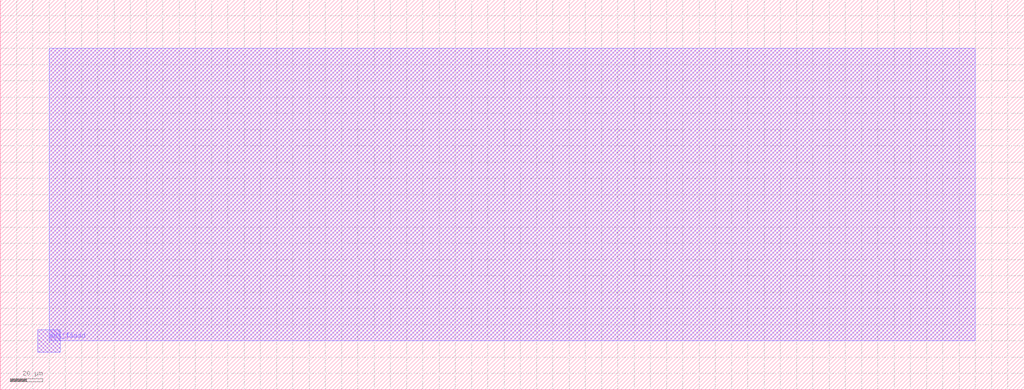
<source format=lef>
VERSION 5.7 ;
BUSBITCHARS "[]" ;
DIVIDERCHAR "/" ;

MACRO p_serpentine_1_180_30_18
  CLASS CORE ;
  ORIGIN  0 0 ;
  FOREIGN p_serpentine_1_180_30_18 0 0 ;
  SIZE 600 BY 240 ;
  SYMMETRY X Y ;
  SITE CoreSite ;
  PIN in_fluid
    DIRECTION INPUT ;
    USE SIGNAL ;
    PORT
      LAYER met2 ;
        RECT 23 23 37 37 ;
    END
  END in_fluid
  PIN out_fluid
    DIRECTION OUTPUT ;
    USE SIGNAL ;
    PORT
      LAYER met3 ;
        RECT 23 23 37 37 ;
    END
  END out_fluid
  OBS
    LAYER met2 ;
      RECT 30 30 570 210 ;
    LAYER met3 ;
      RECT 30 30 570 210 ;
  END
  PROPERTY CatenaDesignType "deviceLevel" ;
END p_serpentine_1_180_30_18

MACRO p_serpentine_1_180_30_19
  CLASS CORE ;
  ORIGIN  0 0 ;
  FOREIGN p_serpentine_1_180_30_19 0 0 ;
  SIZE 630 BY 240 ;
  SYMMETRY X Y ;
  SITE CoreSite ;
  PIN in_fluid
    DIRECTION INPUT ;
    USE SIGNAL ;
    PORT
      LAYER met2 ;
        RECT 23 23 37 37 ;
    END
  END in_fluid
  PIN out_fluid
    DIRECTION OUTPUT ;
    USE SIGNAL ;
    PORT
      LAYER met3 ;
        RECT 23 23 37 37 ;
    END
  END out_fluid
  OBS
    LAYER met2 ;
      RECT 30 30 600 210 ;
    LAYER met3 ;
      RECT 30 30 600 210 ;
  END
  PROPERTY CatenaDesignType "deviceLevel" ;
END p_serpentine_1_180_30_19

MACRO p_serpentine_1_180_30_16
  CLASS CORE ;
  ORIGIN  0 0 ;
  FOREIGN p_serpentine_1_180_30_16 0 0 ;
  SIZE 540 BY 240 ;
  SYMMETRY X Y ;
  SITE CoreSite ;
  PIN in_fluid
    DIRECTION INPUT ;
    USE SIGNAL ;
    PORT
      LAYER met2 ;
        RECT 23 23 37 37 ;
    END
  END in_fluid
  PIN out_fluid
    DIRECTION OUTPUT ;
    USE SIGNAL ;
    PORT
      LAYER met3 ;
        RECT 23 23 37 37 ;
    END
  END out_fluid
  OBS
    LAYER met2 ;
      RECT 30 30 510 210 ;
    LAYER met3 ;
      RECT 30 30 510 210 ;
  END
  PROPERTY CatenaDesignType "deviceLevel" ;
END p_serpentine_1_180_30_16


</source>
